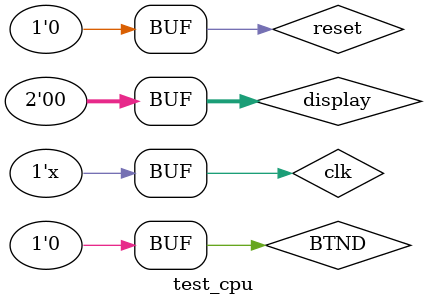
<source format=v>
`timescale 1ns / 1ps


module test_cpu();
    
    reg reset;
    reg clk;
    reg BTND;
    reg [1:0] display;
    wire [3:0] bcd_choose;
    wire [7:0] bcd_display;
    wire [7:0] pc_display;
    
    MultiCycleCPU MultiCycleCPU_1
    (
        reset,
        clk,
        BTND,
        display,
        bcd_choose,
        bcd_display,
        pc_display
    );
    
    initial begin
        reset = 1;
        clk = 1;
        #100 reset = 0;
    end

    initial begin
        BTND <= 0;
        display <= 0;
    end
    
    always #50 clk = ~clk;
    
endmodule

</source>
